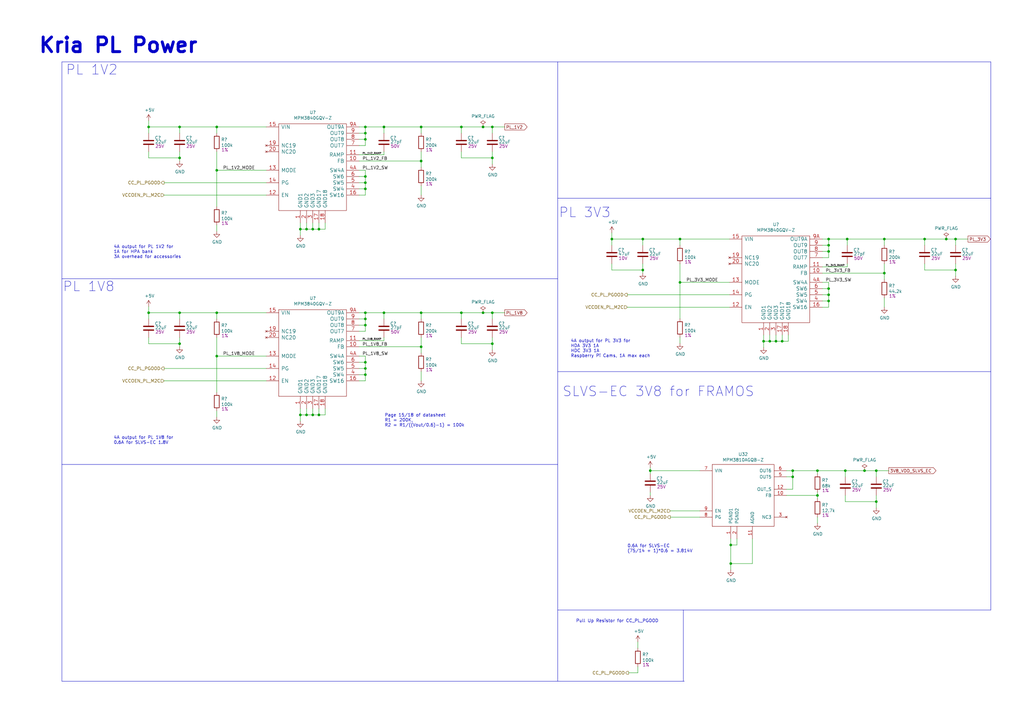
<source format=kicad_sch>
(kicad_sch (version 20230121) (generator eeschema)
  (paper "A3")
  (title_block (title "Top Sheet") (date "2023-12-21") (rev "1.00") (company "ApotheoTech LLC") (comment 1 "SCH: APT-KRIA-FMC") (comment 2 "Author: Chance Reimer"))
  (lib_symbols
    (symbol "ApotheoTech:MPM3810AGQB-Z" (pin_names (offset 1.016))
      (property "Reference" "U" (at -8.255 24.13 0))
      (property "Value" "MPM3810AGQB-Z" (at -0.635 22.225 0))
      (symbol "MPM3810AGQB-Z_1_1"
        (pin passive line (at -5.08 -11.43 90) (length 5.08) (name "PGND1") (number "1"))
        (pin passive line (at 17.78 6.35 180) (length 5.08) (name "FB") (number "10"))
        (pin passive line (at 3.81 -11.43 90) (length 5.08) (name "AGND") (number "11"))
        (pin passive line (at 17.78 8.89 180) (length 5.08) (name "OUT_S") (number "12"))
        (pin passive line (at -2.54 -11.43 90) (length 5.08) (name "PGND2") (number "2"))
        (pin no_connect line (at 17.78 -2.54 180) (length 5.08) (name "NC3") (number "3"))
        (pin passive line (at 17.78 13.97 180) (length 5.08) (name "OUT5") (number "5"))
        (pin passive line (at 17.78 16.51 180) (length 5.08) (name "OUT6") (number "6"))
        (pin passive line (at -17.78 16.51 0) (length 5.08) (name "VIN") (number "7"))
        (pin passive line (at -17.78 -2.54 0) (length 5.08) (name "PG") (number "8"))
        (pin passive line (at -17.78 0 0) (length 5.08) (name "EN") (number "9"))
      )
    )
    (symbol "ApotheoTech:MPM3840GQV-Z" (pin_names (offset 1.016))
      (property "Reference" "U" (at -13.081 22.352 0))
      (property "Value" "MPM3840GQV-Z" (at -5.715 20.701 0))
      (symbol "MPM3840GQV-Z_1_1"
        (pin passive line (at -5.08 -21.59 90) (length 5.08) (name "GND1") (number "1"))
        (pin passive line (at 19.05 3.81 180) (length 5.08) (name "FB") (number "10"))
        (pin passive line (at 19.05 6.35 180) (length 5.08) (name "RAMP") (number "11"))
        (pin passive line (at -19.05 -10.16 0) (length 5.08) (name "EN") (number "12"))
        (pin passive line (at -19.05 0 0) (length 5.08) (name "MODE") (number "13"))
        (pin passive line (at -19.05 -5.08 0) (length 5.08) (name "PG") (number "14"))
        (pin passive line (at -19.05 17.78 0) (length 5.08) (name "VIN") (number "15"))
        (pin passive line (at 19.05 -10.16 180) (length 5.08) (name "SW16") (number "16"))
        (pin passive line (at 2.54 -21.59 90) (length 5.08) (name "GND17") (number "17"))
        (pin passive line (at 5.08 -21.59 90) (length 5.08) (name "GND18") (number "18"))
        (pin no_connect line (at -19.05 10.16 0) (length 5.08) (name "NC19") (number "19"))
        (pin passive line (at -2.54 -21.59 90) (length 5.08) (name "GND2") (number "2"))
        (pin no_connect line (at -19.05 7.62 0) (length 5.08) (name "NC20") (number "20"))
        (pin passive line (at 0 -21.59 90) (length 5.08) (name "GND3") (number "3"))
        (pin passive line (at 19.05 -7.62 180) (length 5.08) (name "SW4") (number "4"))
        (pin passive line (at 19.05 0 180) (length 5.08) (name "SW4A") (number "4A"))
        (pin passive line (at 19.05 -5.08 180) (length 5.08) (name "SW5") (number "5"))
        (pin passive line (at 19.05 -2.54 180) (length 5.08) (name "SW6") (number "6"))
        (pin passive line (at 19.05 10.16 180) (length 5.08) (name "OUT7") (number "7"))
        (pin passive line (at 19.05 12.7 180) (length 5.08) (name "OUT8") (number "8"))
        (pin passive line (at 19.05 15.24 180) (length 5.08) (name "OUT9") (number "9"))
        (pin passive line (at 19.05 17.78 180) (length 5.08) (name "OUT9A") (number "9A"))
      )
    )
    (symbol "Device:C" (pin_numbers hide) (pin_names (offset 0.254))
      (property "Reference" "C" (at 0.635 2.54 0))
      (property "Value" "C" (at 0.635 -2.54 0))
      (symbol "C_1_1"
        (pin passive line (at 0 3.81 270) (length 2.794) (name "~") (number "1"))
        (pin passive line (at 0 -3.81 90) (length 2.794) (name "~") (number "2"))
      )
    )
    (symbol "Device:R" (pin_numbers hide) (pin_names (offset 0))
      (property "Reference" "R" (at 2.032 0 90))
      (property "Value" "R" (at 0 0 90))
      (symbol "R_1_1"
        (pin passive line (at 0 3.81 270) (length 1.27) (name "~") (number "1"))
        (pin passive line (at 0 -3.81 90) (length 1.27) (name "~") (number "2"))
      )
    )
    (symbol "power:+5V" (power) (pin_names (offset 0))
      (property "Value" "+5V" (at 0 3.556 0))
      (symbol "+5V_1_1"
        (pin power_in line (at 0 0 90) (length 0) hide (name "+5V") (number "1"))
      )
    )
    (symbol "power:GND" (power) (pin_names (offset 0))
      (property "Value" "GND" (at 0 -3.81 0))
      (symbol "GND_1_1"
        (pin power_in line (at 0 0 270) (length 0) hide (name "GND") (number "1"))
      )
    )
    (symbol "power:PWR_FLAG" (power) (pin_numbers hide) (pin_names (offset 0) hide)
      (property "Value" "PWR_FLAG" (at 0 3.81 0))
      (symbol "PWR_FLAG_0_0"
        (pin power_out line (at 0 0 90) (length 0) (name "pwr") (number "1"))
      )
    )
  )
  (junction (at 189.23 52.07))
  (junction (at 339.852 98.044))
  (junction (at 172.72 66.04))
  (junction (at 130.81 170.18))
  (junction (at 128.27 170.18))
  (junction (at 362.712 112.014))
  (junction (at 362.712 98.044))
  (junction (at 125.73 170.18))
  (junction (at 266.7 193.04))
  (junction (at 263.652 110.744))
  (junction (at 299.72 223.52))
  (junction (at 149.86 74.93))
  (junction (at 149.86 130.81))
  (junction (at 60.96 128.27))
  (junction (at 359.41 193.04))
  (junction (at 339.852 100.584))
  (junction (at 149.86 72.39))
  (junction (at 339.852 123.444))
  (junction (at 388.112 98.044))
  (junction (at 354.584 193.04))
  (junction (at 339.852 103.124))
  (junction (at 149.86 151.13))
  (junction (at 73.66 128.27))
  (junction (at 73.66 64.77))
  (junction (at 325.12 195.58))
  (junction (at 123.19 93.98))
  (junction (at 379.222 98.044))
  (junction (at 149.86 77.47))
  (junction (at 335.28 203.2))
  (junction (at 88.9 69.85))
  (junction (at 88.9 128.27))
  (junction (at 60.96 52.07))
  (junction (at 149.86 54.61))
  (junction (at 201.93 140.97))
  (junction (at 172.72 128.27))
  (junction (at 123.19 170.18))
  (junction (at 263.652 98.044))
  (junction (at 198.12 128.27))
  (junction (at 149.86 153.67))
  (junction (at 149.86 52.07))
  (junction (at 278.892 115.824))
  (junction (at 339.852 118.364))
  (junction (at 88.9 52.07))
  (junction (at 250.952 98.044))
  (junction (at 157.48 52.07))
  (junction (at 73.66 140.97))
  (junction (at 359.41 205.74))
  (junction (at 172.72 142.24))
  (junction (at 128.27 93.98))
  (junction (at 391.922 110.744))
  (junction (at 339.852 120.904))
  (junction (at 346.71 193.04))
  (junction (at 149.86 133.35))
  (junction (at 201.93 64.77))
  (junction (at 149.86 148.59))
  (junction (at 313.182 139.954))
  (junction (at 157.48 128.27))
  (junction (at 335.28 193.04))
  (junction (at 149.86 128.27))
  (junction (at 315.722 139.954))
  (junction (at 125.73 93.98))
  (junction (at 318.262 139.954))
  (junction (at 73.66 52.07))
  (junction (at 201.93 128.27))
  (junction (at 198.12 52.07))
  (junction (at 347.472 98.044))
  (junction (at 88.9 146.05))
  (junction (at 391.922 98.044))
  (junction (at 189.23 128.27))
  (junction (at 278.892 98.044))
  (junction (at 299.72 231.14))
  (junction (at 320.802 139.954))
  (junction (at 172.72 52.07))
  (junction (at 130.81 93.98))
  (junction (at 201.93 52.07))
  (junction (at 325.12 193.04))
  (junction (at 149.86 57.15))
  (wire (pts (xy 337.312 109.474) (xy 347.472 109.474)))
  (wire (pts (xy 325.12 195.58) (xy 325.12 193.04)))
  (wire (pts (xy 339.852 120.904) (xy 337.312 120.904)))
  (wire (pts (xy 278.892 98.044) (xy 263.652 98.044)))
  (wire (pts (xy 325.12 193.04) (xy 335.28 193.04)))
  (wire (pts (xy 339.852 100.584) (xy 337.312 100.584)))
  (wire (pts (xy 278.892 138.303) (xy 278.892 140.843)))
  (wire (pts (xy 335.28 203.2) (xy 335.28 204.47)))
  (wire (pts (xy 189.23 64.77) (xy 189.23 62.23)))
  (wire (pts (xy 149.86 130.81) (xy 149.86 128.27)))
  (wire (pts (xy 149.86 74.93) (xy 147.32 74.93)))
  (wire (pts (xy 346.71 205.74) (xy 346.71 203.2)))
  (wire (pts (xy 263.652 108.204) (xy 263.652 110.744)))
  (wire (pts (xy 88.9 69.85) (xy 88.9 84.709)))
  (wire (pts (xy 250.952 98.044) (xy 250.952 100.584)))
  (wire (pts (xy 88.9 69.85) (xy 88.9 62.23)))
  (wire (pts (xy 379.222 100.584) (xy 379.222 98.044)))
  (wire (pts (xy 147.32 139.7) (xy 157.48 139.7)))
  (wire (pts (xy 337.312 123.444) (xy 339.852 123.444)))
  (wire (pts (xy 189.23 52.07) (xy 198.12 52.07)))
  (wire (pts (xy 189.23 128.27) (xy 198.12 128.27)))
  (wire (pts (xy 73.66 64.77) (xy 73.66 66.04)))
  (wire (pts (xy 149.86 148.59) (xy 147.32 148.59)))
  (wire (pts (xy 60.96 52.07) (xy 60.96 49.53)))
  (wire (pts (xy 299.72 231.14) (xy 299.72 223.52)))
  (wire (pts (xy 379.222 110.744) (xy 379.222 108.204)))
  (wire (pts (xy 147.32 59.69) (xy 149.86 59.69)))
  (polyline (pts (xy 280.289 279.4) (xy 280.289 250.19)))
  (wire (pts (xy 339.852 118.364) (xy 337.312 118.364)))
  (wire (pts (xy 335.28 203.2) (xy 322.58 203.2)))
  (wire (pts (xy 88.9 168.529) (xy 88.9 171.069)))
  (wire (pts (xy 308.61 231.14) (xy 299.72 231.14)))
  (wire (pts (xy 299.212 120.904) (xy 257.302 120.904)))
  (wire (pts (xy 325.12 193.04) (xy 322.58 193.04)))
  (wire (pts (xy 325.12 200.66) (xy 325.12 195.58)))
  (wire (pts (xy 201.93 62.23) (xy 201.93 64.77)))
  (wire (pts (xy 130.81 170.18) (xy 130.81 167.64)))
  (wire (pts (xy 149.86 153.67) (xy 149.86 151.13)))
  (wire (pts (xy 133.35 93.98) (xy 130.81 93.98)))
  (wire (pts (xy 201.93 128.27) (xy 201.93 130.81)))
  (wire (pts (xy 250.952 108.204) (xy 250.952 110.744)))
  (wire (pts (xy 346.71 195.58) (xy 346.71 193.04)))
  (wire (pts (xy 201.93 140.97) (xy 189.23 140.97)))
  (wire (pts (xy 172.72 68.58) (xy 172.72 66.04)))
  (wire (pts (xy 201.93 52.07) (xy 201.93 54.61)))
  (wire (pts (xy 128.27 170.18) (xy 128.27 167.64)))
  (wire (pts (xy 339.852 105.664) (xy 339.852 103.124)))
  (wire (pts (xy 128.27 93.98) (xy 128.27 91.44)))
  (wire (pts (xy 149.86 151.13) (xy 149.86 148.59)))
  (wire (pts (xy 299.212 125.984) (xy 257.302 125.984)))
  (wire (pts (xy 123.19 93.98) (xy 123.19 96.52)))
  (wire (pts (xy 359.41 205.74) (xy 346.71 205.74)))
  (wire (pts (xy 362.712 122.174) (xy 362.712 125.984)))
  (wire (pts (xy 88.9 146.05) (xy 88.9 160.909)))
  (wire (pts (xy 266.7 194.31) (xy 266.7 193.04)))
  (wire (pts (xy 73.66 138.43) (xy 73.66 140.97)))
  (wire (pts (xy 88.9 128.27) (xy 109.22 128.27)))
  (wire (pts (xy 391.922 110.744) (xy 391.922 113.284)))
  (wire (pts (xy 339.852 103.124) (xy 339.852 100.584)))
  (wire (pts (xy 337.312 105.664) (xy 339.852 105.664)))
  (wire (pts (xy 318.262 139.954) (xy 315.722 139.954)))
  (wire (pts (xy 359.41 203.2) (xy 359.41 205.74)))
  (wire (pts (xy 359.41 193.04) (xy 359.41 195.58)))
  (wire (pts (xy 359.41 193.04) (xy 364.49 193.04)))
  (wire (pts (xy 88.9 130.81) (xy 88.9 128.27)))
  (wire (pts (xy 149.86 77.47) (xy 149.86 74.93)))
  (wire (pts (xy 123.19 170.18) (xy 123.19 172.72)))
  (wire (pts (xy 347.472 100.584) (xy 347.472 98.044)))
  (wire (pts (xy 172.72 144.78) (xy 172.72 142.24)))
  (wire (pts (xy 266.7 203.2) (xy 266.7 201.93)))
  (wire (pts (xy 263.652 100.584) (xy 263.652 98.044)))
  (wire (pts (xy 157.48 63.5) (xy 157.48 62.23)))
  (wire (pts (xy 318.262 139.954) (xy 318.262 137.414)))
  (wire (pts (xy 362.712 100.584) (xy 362.712 98.044)))
  (wire (pts (xy 250.952 98.044) (xy 250.952 95.504)))
  (wire (pts (xy 109.22 74.93) (xy 67.31 74.93)))
  (wire (pts (xy 278.892 115.824) (xy 278.892 108.204)))
  (wire (pts (xy 250.952 110.744) (xy 263.652 110.744)))
  (wire (pts (xy 391.922 110.744) (xy 379.222 110.744)))
  (wire (pts (xy 60.96 62.23) (xy 60.96 64.77)))
  (wire (pts (xy 339.852 125.984) (xy 339.852 123.444)))
  (wire (pts (xy 315.722 139.954) (xy 313.182 139.954)))
  (wire (pts (xy 149.86 57.15) (xy 149.86 54.61)))
  (polyline (pts (xy 406.4 25.4) (xy 406.4 250.19)))
  (wire (pts (xy 60.96 140.97) (xy 73.66 140.97)))
  (wire (pts (xy 354.584 193.04) (xy 359.41 193.04)))
  (wire (pts (xy 149.86 146.05) (xy 147.32 146.05)))
  (wire (pts (xy 189.23 140.97) (xy 189.23 138.43)))
  (wire (pts (xy 149.86 130.81) (xy 147.32 130.81)))
  (wire (pts (xy 149.86 135.89) (xy 149.86 133.35)))
  (wire (pts (xy 88.9 128.27) (xy 73.66 128.27)))
  (wire (pts (xy 73.66 54.61) (xy 73.66 52.07)))
  (wire (pts (xy 157.48 130.81) (xy 157.48 128.27)))
  (polyline (pts (xy 25.4 25.4) (xy 25.4 279.4)))
  (wire (pts (xy 109.22 156.21) (xy 67.31 156.21)))
  (wire (pts (xy 109.22 80.01) (xy 67.31 80.01)))
  (wire (pts (xy 189.23 130.81) (xy 189.23 128.27)))
  (wire (pts (xy 359.41 205.74) (xy 359.41 208.28)))
  (polyline (pts (xy 25.4 190.5) (xy 228.727 190.5)))
  (wire (pts (xy 388.112 98.044) (xy 391.922 98.044)))
  (wire (pts (xy 133.35 170.18) (xy 130.81 170.18)))
  (wire (pts (xy 149.86 151.13) (xy 147.32 151.13)))
  (polyline (pts (xy 228.727 25.4) (xy 228.727 279.4)))
  (wire (pts (xy 60.96 52.07) (xy 60.96 54.61)))
  (wire (pts (xy 73.66 140.97) (xy 73.66 142.24)))
  (wire (pts (xy 337.312 112.014) (xy 362.712 112.014)))
  (wire (pts (xy 266.7 191.77) (xy 266.7 193.04)))
  (wire (pts (xy 362.712 114.554) (xy 362.712 112.014)))
  (polyline (pts (xy 228.727 250.19) (xy 406.4 250.19)))
  (wire (pts (xy 147.32 77.47) (xy 149.86 77.47)))
  (wire (pts (xy 149.86 57.15) (xy 147.32 57.15)))
  (wire (pts (xy 133.35 91.44) (xy 133.35 93.98)))
  (wire (pts (xy 335.28 193.04) (xy 335.28 194.31)))
  (wire (pts (xy 149.86 148.59) (xy 149.86 146.05)))
  (wire (pts (xy 339.852 120.904) (xy 339.852 118.364)))
  (wire (pts (xy 149.86 80.01) (xy 149.86 77.47)))
  (wire (pts (xy 147.32 153.67) (xy 149.86 153.67)))
  (wire (pts (xy 157.48 128.27) (xy 149.86 128.27)))
  (wire (pts (xy 313.182 139.954) (xy 313.182 142.494)))
  (wire (pts (xy 109.22 146.05) (xy 88.9 146.05)))
  (polyline (pts (xy 25.4 279.4) (xy 280.67 279.4)))
  (wire (pts (xy 130.81 170.18) (xy 128.27 170.18)))
  (wire (pts (xy 313.182 139.954) (xy 313.182 137.414)))
  (wire (pts (xy 201.93 140.97) (xy 201.93 143.51)))
  (wire (pts (xy 339.852 123.444) (xy 339.852 120.904)))
  (wire (pts (xy 257.81 275.971) (xy 261.62 275.971)))
  (wire (pts (xy 88.9 54.61) (xy 88.9 52.07)))
  (wire (pts (xy 287.02 212.09) (xy 274.955 212.09)))
  (wire (pts (xy 123.19 170.18) (xy 123.19 167.64)))
  (wire (pts (xy 299.72 231.14) (xy 299.72 233.68)))
  (wire (pts (xy 362.712 98.044) (xy 347.472 98.044)))
  (wire (pts (xy 325.12 195.58) (xy 322.58 195.58)))
  (polyline (pts (xy 25.4 25.4) (xy 406.4 25.4)))
  (wire (pts (xy 149.86 133.35) (xy 147.32 133.35)))
  (wire (pts (xy 128.27 170.18) (xy 125.73 170.18)))
  (wire (pts (xy 278.892 100.584) (xy 278.892 98.044)))
  (wire (pts (xy 149.86 72.39) (xy 149.86 69.85)))
  (wire (pts (xy 149.86 128.27) (xy 147.32 128.27)))
  (wire (pts (xy 287.02 193.04) (xy 266.7 193.04)))
  (wire (pts (xy 391.922 98.044) (xy 391.922 100.584)))
  (wire (pts (xy 198.12 52.07) (xy 201.93 52.07)))
  (wire (pts (xy 323.342 137.414) (xy 323.342 139.954)))
  (wire (pts (xy 263.652 98.044) (xy 250.952 98.044)))
  (wire (pts (xy 335.28 193.04) (xy 346.71 193.04)))
  (wire (pts (xy 201.93 138.43) (xy 201.93 140.97)))
  (wire (pts (xy 73.66 130.81) (xy 73.66 128.27)))
  (wire (pts (xy 323.342 139.954) (xy 320.802 139.954)))
  (wire (pts (xy 391.922 108.204) (xy 391.922 110.744)))
  (wire (pts (xy 335.28 201.93) (xy 335.28 203.2)))
  (wire (pts (xy 147.32 156.21) (xy 149.86 156.21)))
  (wire (pts (xy 302.26 223.52) (xy 302.26 220.98)))
  (wire (pts (xy 147.32 142.24) (xy 172.72 142.24)))
  (wire (pts (xy 130.81 93.98) (xy 128.27 93.98)))
  (wire (pts (xy 278.892 98.044) (xy 299.212 98.044)))
  (wire (pts (xy 149.86 69.85) (xy 147.32 69.85)))
  (wire (pts (xy 149.86 54.61) (xy 147.32 54.61)))
  (wire (pts (xy 73.66 62.23) (xy 73.66 64.77)))
  (wire (pts (xy 339.852 100.584) (xy 339.852 98.044)))
  (wire (pts (xy 201.93 64.77) (xy 201.93 67.31)))
  (wire (pts (xy 201.93 128.27) (xy 207.01 128.27)))
  (wire (pts (xy 339.852 98.044) (xy 337.312 98.044)))
  (polyline (pts (xy 25.4 114.3) (xy 228.727 114.3)))
  (wire (pts (xy 125.73 170.18) (xy 123.19 170.18)))
  (wire (pts (xy 149.86 156.21) (xy 149.86 153.67)))
  (wire (pts (xy 88.9 52.07) (xy 109.22 52.07)))
  (wire (pts (xy 149.86 54.61) (xy 149.86 52.07)))
  (wire (pts (xy 125.73 93.98) (xy 125.73 91.44)))
  (wire (pts (xy 88.9 52.07) (xy 73.66 52.07)))
  (wire (pts (xy 339.852 118.364) (xy 339.852 115.824)))
  (wire (pts (xy 133.35 167.64) (xy 133.35 170.18)))
  (wire (pts (xy 157.48 139.7) (xy 157.48 138.43)))
  (wire (pts (xy 157.48 52.07) (xy 149.86 52.07)))
  (wire (pts (xy 201.93 52.07) (xy 207.01 52.07)))
  (wire (pts (xy 149.86 74.93) (xy 149.86 72.39)))
  (wire (pts (xy 299.72 220.98) (xy 299.72 223.52)))
  (wire (pts (xy 88.9 146.05) (xy 88.9 138.43)))
  (wire (pts (xy 73.66 52.07) (xy 60.96 52.07)))
  (wire (pts (xy 149.86 59.69) (xy 149.86 57.15)))
  (wire (pts (xy 346.71 193.04) (xy 354.584 193.04)))
  (wire (pts (xy 149.86 133.35) (xy 149.86 130.81)))
  (wire (pts (xy 172.72 128.27) (xy 189.23 128.27)))
  (wire (pts (xy 172.72 130.81) (xy 172.72 128.27)))
  (wire (pts (xy 287.02 209.55) (xy 274.955 209.55)))
  (wire (pts (xy 172.72 54.61) (xy 172.72 52.07)))
  (wire (pts (xy 362.712 112.014) (xy 362.712 108.204)))
  (wire (pts (xy 315.722 139.954) (xy 315.722 137.414)))
  (wire (pts (xy 147.32 66.04) (xy 172.72 66.04)))
  (wire (pts (xy 391.922 98.044) (xy 397.002 98.044)))
  (wire (pts (xy 109.22 69.85) (xy 88.9 69.85)))
  (wire (pts (xy 125.73 93.98) (xy 123.19 93.98)))
  (wire (pts (xy 172.72 66.04) (xy 172.72 62.23)))
  (wire (pts (xy 88.9 92.329) (xy 88.9 94.869)))
  (wire (pts (xy 73.66 128.27) (xy 60.96 128.27)))
  (wire (pts (xy 379.222 98.044) (xy 388.112 98.044)))
  (wire (pts (xy 261.62 275.971) (xy 261.62 273.431)))
  (wire (pts (xy 60.96 138.43) (xy 60.96 140.97)))
  (wire (pts (xy 347.472 109.474) (xy 347.472 108.204)))
  (wire (pts (xy 322.58 200.66) (xy 325.12 200.66)))
  (wire (pts (xy 337.312 125.984) (xy 339.852 125.984)))
  (wire (pts (xy 172.72 142.24) (xy 172.72 138.43)))
  (wire (pts (xy 147.32 80.01) (xy 149.86 80.01)))
  (wire (pts (xy 123.19 93.98) (xy 123.19 91.44)))
  (wire (pts (xy 263.652 110.744) (xy 263.652 112.014)))
  (wire (pts (xy 172.72 152.4) (xy 172.72 156.21)))
  (wire (pts (xy 308.61 220.98) (xy 308.61 231.14)))
  (wire (pts (xy 201.93 64.77) (xy 189.23 64.77)))
  (wire (pts (xy 172.72 52.07) (xy 189.23 52.07)))
  (wire (pts (xy 320.802 139.954) (xy 320.802 137.414)))
  (polyline (pts (xy 228.727 152.4) (xy 406.4 152.4)))
  (wire (pts (xy 147.32 63.5) (xy 157.48 63.5)))
  (wire (pts (xy 172.72 128.27) (xy 157.48 128.27)))
  (wire (pts (xy 128.27 93.98) (xy 125.73 93.98)))
  (wire (pts (xy 147.32 135.89) (xy 149.86 135.89)))
  (wire (pts (xy 362.712 98.044) (xy 379.222 98.044)))
  (wire (pts (xy 149.86 52.07) (xy 147.32 52.07)))
  (wire (pts (xy 198.12 128.27) (xy 201.93 128.27)))
  (wire (pts (xy 320.802 139.954) (xy 318.262 139.954)))
  (wire (pts (xy 60.96 128.27) (xy 60.96 130.81)))
  (wire (pts (xy 299.212 115.824) (xy 278.892 115.824)))
  (wire (pts (xy 109.22 151.13) (xy 67.31 151.13)))
  (wire (pts (xy 125.73 170.18) (xy 125.73 167.64)))
  (polyline (pts (xy 228.727 81.28) (xy 406.4 81.28)))
  (wire (pts (xy 157.48 54.61) (xy 157.48 52.07)))
  (wire (pts (xy 172.72 76.2) (xy 172.72 80.01)))
  (wire (pts (xy 60.96 128.27) (xy 60.96 125.73)))
  (wire (pts (xy 339.852 115.824) (xy 337.312 115.824)))
  (wire (pts (xy 189.23 54.61) (xy 189.23 52.07)))
  (wire (pts (xy 130.81 93.98) (xy 130.81 91.44)))
  (wire (pts (xy 261.62 265.811) (xy 261.62 263.271)))
  (wire (pts (xy 172.72 52.07) (xy 157.48 52.07)))
  (wire (pts (xy 278.892 115.824) (xy 278.892 130.683)))
  (wire (pts (xy 149.86 72.39) (xy 147.32 72.39)))
  (wire (pts (xy 60.96 64.77) (xy 73.66 64.77)))
  (wire (pts (xy 347.472 98.044) (xy 339.852 98.044)))
  (wire (pts (xy 299.72 223.52) (xy 302.26 223.52)))
  (wire (pts (xy 339.852 103.124) (xy 337.312 103.124)))
  (wire (pts (xy 335.28 214.63) (xy 335.28 212.09)))
  (text "PL 1V2" (at 26.924 31.115 0) (effects (font (size 3.9878 3.9878)) (justify left bottom)))
  (text "4A output for PL 1V2 for\n1A for HPA bank\n3A overhead for accessories" (at 46.609 106.172 0) (effects (font (size 1.27 1.27)) (justify left bottom)))
  (text "Kria PL Power" (at 15.494 22.225 0) (effects (font (size 5.9944 5.9944) (thickness 1.1989) bold) (justify left bottom)))
  (text "Pull Up Resistor for CC_PL_PGOOD" (at 236.22 255.524 0) (effects (font (size 1.27 1.27)) (justify left bottom)))
  (text "4A output for PL 3V3 for\nHDA 3V3 1A\nHDC 3V3 1A\nRaspberry Pi Cams, 1A max each" (at 234.061 146.812 0) (effects (font (size 1.27 1.27)) (justify left bottom)))
  (text "PL 3V3" (at 229.108 89.662 0) (effects (font (size 3.9878 3.9878)) (justify left bottom)))
  (text "4A output for PL 1V8 for\n0.6A for SLVS-EC 1.8V" (at 46.609 182.372 0) (effects (font (size 1.27 1.27)) (justify left bottom)))
  (text "Page 15/18 of datasheet\nR1 = 200K,\nR2 = R1/((Vout/0.6)-1) = 100k" (at 157.734 175.26 0) (effects (font (size 1.27 1.27)) (justify left bottom)))
  (text "SLVS-EC 3V8 for FRAMOS" (at 230.632 163.068 0) (effects (font (size 3.9878 3.9878)) (justify left bottom)))
  (text "PL 1V8" (at 25.654 120.015 0) (effects (font (size 3.9878 3.9878)) (justify left bottom)))
  (text "0.6A for SLVS-EC\n(75/14 + 1)*0.6 = 3.814V" (at 257.302 226.822 0) (effects (font (size 1.27 1.27)) (justify left bottom)))
  (label "PL_1V8_SW" (at 148.59 146.05 0))
  (label "PL_1V2_SW" (at 148.59 69.85 0))
  (label "PL_1V8_RAMP" (at 148.59 139.7 0) (effects (font (size 0.762 0.762))))
  (label "PL_1V8_FB" (at 148.59 142.24 0))
  (label "PL_3V3_RAMP" (at 338.582 109.474 0) (effects (font (size 0.762 0.762))))
  (label "PL_1V2_RAMP" (at 148.59 63.5 0) (effects (font (size 0.762 0.762))))
  (label "PL_1V2_FB" (at 148.59 66.04 0))
  (label "PL_1V2_MODE" (at 91.44 69.85 0))
  (label "PL_1V8_MODE" (at 91.44 146.05 0))
  (label "PL_3V3_SW" (at 338.582 115.824 0))
  (label "PL_3V3_MODE" (at 281.432 115.824 0))
  (label "PL_3V3_FB" (at 338.582 112.014 0))
  (global_label "PL_1V2" (shape output) (at 207.01 52.07 0) (property "Intersheetrefs" "${INTERSHEET_REFS}" (effects hide)))
  (global_label "PL_1V8" (shape output) (at 207.01 128.27 0) (property "Intersheetrefs" "${INTERSHEET_REFS}" (effects hide)))
  (global_label "PL_3V3" (shape output) (at 397.002 98.044 0) (property "Intersheetrefs" "${INTERSHEET_REFS}" (effects hide)))
  (global_label "3V8_VDD_SLVS_EC" (shape output) (at 364.49 193.04 0) (property "Intersheetrefs" "${INTERSHEET_REFS}" (effects hide)))
  (hierarchical_label "CC_PL_PGOOD" (shape output) (at 274.955 212.09 180))
  (hierarchical_label "CC_PL_PGOOD" (shape output) (at 257.81 275.971 180))
  (hierarchical_label "CC_PL_PGOOD" (shape output) (at 67.31 74.93 180))
  (hierarchical_label "CC_PL_PGOOD" (shape output) (at 257.302 120.904 180))
  (hierarchical_label "VCCOEN_PL_M2C" (shape input) (at 67.31 156.21 180))
  (hierarchical_label "VCCOEN_PL_M2C" (shape input) (at 67.31 80.01 180))
  (hierarchical_label "CC_PL_PGOOD" (shape output) (at 67.31 151.13 180))
  (hierarchical_label "VCCOEN_PL_M2C" (shape input) (at 257.302 125.984 180))
  (hierarchical_label "VCCOEN_PL_M2C" (shape input) (at 274.955 209.55 180))
  (symbol (lib_id "Device:R") (at 261.62 269.621 0) (unit 1)
    (property "Reference" "R?" (at 263.398 268.4526 0) (effects (justify left)))
    (property "Value" "100k" (at 263.398 270.764 0) (effects (justify left)))
    (property "Footprint" "Resistor_SMD:R_0402_1005Metric" (effects hide))
    (property "PartNumber" "CRCW0402100KFKEDHP" (effects hide))
    (property "Tol" "1%" (at 264.922 272.669 0))
    (property "Power" "1/5W" (effects hide))
    (instances (project "APT-KRIA-FMC" (path "" (reference "R?") (unit 1)) (path "" (reference "R210") (unit 1)) (path "" (reference "R?") (unit 1)) (path "" (reference "R?") (unit 1))))
  )
  (symbol (lib_id "power:+5V") (at 261.62 263.271 0) (unit 1)
    (property "Reference" "#PWR?" (effects hide))
    (property "Value" "+5V" (at 262.001 258.8768 0))
    (instances (project "APT-KRIA-FMC" (path "" (reference "#PWR?") (unit 1)) (path "" (reference "#PWR?") (unit 1)) (path "" (reference "#PWR0294") (unit 1))))
  )
  (symbol (lib_id "Device:R") (at 88.9 58.42 0) (unit 1)
    (property "Reference" "R?" (at 90.678 57.2516 0) (effects (justify left)))
    (property "Value" "100k" (at 90.678 59.563 0) (effects (justify left)))
    (property "Footprint" "Resistor_SMD:R_0402_1005Metric" (effects hide))
    (property "PartNumber" "CRCW0402100KFKEDHP" (effects hide))
    (property "Tol" "1%" (at 92.202 61.468 0))
    (property "Power" "1/5W" (effects hide))
    (instances (project "APT-KRIA-FMC" (path "" (reference "R?") (unit 1)) (path "" (reference "R202") (unit 1)) (path "" (reference "R?") (unit 1)) (path "" (reference "R?") (unit 1))))
  )
  (symbol (lib_id "Device:R") (at 88.9 88.519 0) (unit 1)
    (property "Reference" "R?" (at 90.678 87.3506 0) (effects (justify left)))
    (property "Value" "100k" (at 90.678 89.662 0) (effects (justify left)))
    (property "Footprint" "Resistor_SMD:R_0402_1005Metric" (effects hide))
    (property "PartNumber" "CRCW0402100KFKEDHP" (effects hide))
    (property "Tol" "1%" (at 92.202 91.567 0))
    (property "Power" "1/5W" (effects hide))
    (instances (project "APT-KRIA-FMC" (path "" (reference "R?") (unit 1)) (path "" (reference "R203") (unit 1)) (path "" (reference "R?") (unit 1)) (path "" (reference "R?") (unit 1))))
  )
  (symbol (lib_id "Device:C") (at 189.23 58.42 180) (unit 1)
    (property "Reference" "C?" (at 193.04 56.515 0))
    (property "Value" "22uF" (at 194.31 58.166 0))
    (property "Footprint" "Capacitor_SMD:C_0805_2012Metric" (effects hide))
    (property "PartNumber" "CC0805MKX5R8BB226" (effects hide))
    (property "Tolerance" "+-20%" (effects hide))
    (property "Voltage" "25V" (at 193.802 59.944 0))
    (property "Temp_Val" "X5R" (effects hide))
    (property "URL" "https://www.digikey.com/en/products/detail/C1005X5R1E105K050BE/445-175215-1-ND/7907779?itemSeq=374777296" (effects hide))
    (property "Alt" "N/A" (effects hide))
    (instances (project "APT-KRIA-FMC" (path "" (reference "C?") (unit 1)) (path "" (reference "C242") (unit 1)) (path "" (reference "C?") (unit 1)) (path "" (reference "C?") (unit 1))))
  )
  (symbol (lib_id "Device:C") (at 201.93 58.42 180) (unit 1)
    (property "Reference" "C?" (at 205.74 56.515 0))
    (property "Value" "22uF" (at 207.01 58.166 0))
    (property "Footprint" "Capacitor_SMD:C_0805_2012Metric" (effects hide))
    (property "PartNumber" "CC0805MKX5R8BB226" (effects hide))
    (property "Tolerance" "+-20%" (effects hide))
    (property "Voltage" "25V" (at 206.502 59.944 0))
    (property "Temp_Val" "X5R" (effects hide))
    (property "URL" "https://www.digikey.com/en/products/detail/C1005X5R1E105K050BE/445-175215-1-ND/7907779?itemSeq=374777296" (effects hide))
    (property "Alt" "N/A" (effects hide))
    (instances (project "APT-KRIA-FMC" (path "" (reference "C?") (unit 1)) (path "" (reference "C244") (unit 1)) (path "" (reference "C?") (unit 1)) (path "" (reference "C?") (unit 1))))
  )
  (symbol (lib_id "Device:C") (at 73.66 58.42 180) (unit 1)
    (property "Reference" "C?" (at 77.47 56.515 0))
    (property "Value" "22uF" (at 78.74 58.166 0))
    (property "Footprint" "Capacitor_SMD:C_0805_2012Metric" (effects hide))
    (property "PartNumber" "CC0805MKX5R8BB226" (effects hide))
    (property "Tolerance" "+-20%" (effects hide))
    (property "Voltage" "25V" (at 78.232 59.944 0))
    (property "Temp_Val" "X5R" (effects hide))
    (property "URL" "https://www.digikey.com/en/products/detail/C1005X5R1E105K050BE/445-175215-1-ND/7907779?itemSeq=374777296" (effects hide))
    (property "Alt" "N/A" (effects hide))
    (instances (project "APT-KRIA-FMC" (path "" (reference "C?") (unit 1)) (path "" (reference "C238") (unit 1)) (path "" (reference "C?") (unit 1)) (path "" (reference "C?") (unit 1))))
  )
  (symbol (lib_id "ApotheoTech:MPM3840GQV-Z") (at 128.27 69.85 0) (unit 1)
    (property "Reference" "U?" (at 128.27 46.101 0))
    (property "Value" "MPM3840GQV-Z" (at 128.27 48.4124 0))
    (property "Footprint" "ApotheoTech_CXP_Lib:MPM3840GQV-P" (effects hide))
    (instances (project "APT-KRIA-FMC" (path "" (reference "U?") (unit 1)) (path "" (reference "U?") (unit 1)) (path "" (reference "U30") (unit 1))))
  )
  (symbol (lib_id "power:GND") (at 73.66 66.04 0) (unit 1)
    (property "Reference" "#PWR?" (effects hide))
    (property "Value" "GND" (at 73.787 70.4342 0))
    (instances (project "APT-KRIA-FMC" (path "" (reference "#PWR?") (unit 1)) (path "" (reference "#PWR?") (unit 1)) (path "" (reference "#PWR0283") (unit 1))))
  )
  (symbol (lib_id "Device:C") (at 157.48 58.42 180) (unit 1)
    (property "Reference" "C?" (at 161.29 56.515 0))
    (property "Value" "27pF" (at 162.56 58.166 0))
    (property "Footprint" "Capacitor_SMD:C_0402_1005Metric" (effects hide))
    (property "PartNumber" "04025A270JAT2A" (effects hide))
    (property "Tolerance" "+-5%" (effects hide))
    (property "Voltage" "50V" (at 162.052 59.944 0))
    (property "Temp_Val" "C0G" (effects hide))
    (property "URL" "https://www.digikey.com/en/products/detail/avx-corporation/04025A270JAT2A/563185" (effects hide))
    (property "Alt" "N/A" (effects hide))
    (instances (project "APT-KRIA-FMC" (path "" (reference "C?") (unit 1)) (path "" (reference "C240") (unit 1)) (path "" (reference "C?") (unit 1)) (path "" (reference "C?") (unit 1))))
  )
  (symbol (lib_id "power:+5V") (at 60.96 49.53 0) (unit 1)
    (property "Reference" "#PWR?" (effects hide))
    (property "Value" "+5V" (at 61.341 45.1358 0))
    (instances (project "APT-KRIA-FMC" (path "" (reference "#PWR?") (unit 1)) (path "" (reference "#PWR?") (unit 1)) (path "" (reference "#PWR0281") (unit 1))))
  )
  (symbol (lib_id "Device:R") (at 172.72 58.42 0) (unit 1)
    (property "Reference" "R?" (at 174.498 57.2516 0) (effects (justify left)))
    (property "Value" "200k" (at 174.498 59.563 0) (effects (justify left)))
    (property "Footprint" "Resistor_SMD:R_0402_1005Metric" (effects hide))
    (property "PartNumber" "ERJ-2RKF2003X" (effects hide))
    (property "Tol" "1%" (at 176.022 61.468 0))
    (property "Power" "1/10W" (effects hide))
    (instances (project "APT-KRIA-FMC" (path "" (reference "R?") (unit 1)) (path "" (reference "R206") (unit 1)) (path "" (reference "R?") (unit 1)) (path "" (reference "R?") (unit 1))))
  )
  (symbol (lib_id "power:GND") (at 201.93 67.31 0) (unit 1)
    (property "Reference" "#PWR?" (effects hide))
    (property "Value" "GND" (at 202.057 71.7042 0))
    (instances (project "APT-KRIA-FMC" (path "" (reference "#PWR?") (unit 1)) (path "" (reference "#PWR?") (unit 1)) (path "" (reference "#PWR0291") (unit 1))))
  )
  (symbol (lib_id "power:PWR_FLAG") (at 198.12 52.07 0) (unit 1)
    (property "Reference" "#FLG?" (effects hide))
    (property "Value" "PWR_FLAG" (at 198.12 47.6758 0))
    (instances (project "APT-KRIA-FMC" (path "" (reference "#FLG?") (unit 1)) (path "" (reference "#FLG?") (unit 1)) (path "" (reference "#FLG027") (unit 1))))
  )
  (symbol (lib_id "power:GND") (at 123.19 96.52 0) (unit 1)
    (property "Reference" "#PWR?" (effects hide))
    (property "Value" "GND" (at 123.317 100.9142 0))
    (instances (project "APT-KRIA-FMC" (path "" (reference "#PWR?") (unit 1)) (path "" (reference "#PWR?") (unit 1)) (path "" (reference "#PWR0287") (unit 1))))
  )
  (symbol (lib_id "power:GND") (at 88.9 94.869 0) (unit 1)
    (property "Reference" "#PWR?" (effects hide))
    (property "Value" "GND" (at 89.027 99.2632 0))
    (instances (project "APT-KRIA-FMC" (path "" (reference "#PWR?") (unit 1)) (path "" (reference "#PWR?") (unit 1)) (path "" (reference "#PWR0285") (unit 1))))
  )
  (symbol (lib_id "power:GND") (at 172.72 80.01 0) (unit 1)
    (property "Reference" "#PWR?" (effects hide))
    (property "Value" "GND" (at 172.847 84.4042 0))
    (instances (project "APT-KRIA-FMC" (path "" (reference "#PWR?") (unit 1)) (path "" (reference "#PWR?") (unit 1)) (path "" (reference "#PWR0289") (unit 1))))
  )
  (symbol (lib_id "Device:C") (at 60.96 58.42 180) (unit 1)
    (property "Reference" "C?" (at 64.77 56.515 0))
    (property "Value" "22uF" (at 66.04 58.166 0))
    (property "Footprint" "Capacitor_SMD:C_0805_2012Metric" (effects hide))
    (property "PartNumber" "CC0805MKX5R8BB226" (effects hide))
    (property "Tolerance" "+-20%" (effects hide))
    (property "Voltage" "25V" (at 65.532 59.944 0))
    (property "Temp_Val" "X5R" (effects hide))
    (property "URL" "https://www.digikey.com/en/products/detail/C1005X5R1E105K050BE/445-175215-1-ND/7907779?itemSeq=374777296" (effects hide))
    (property "Alt" "N/A" (effects hide))
    (instances (project "APT-KRIA-FMC" (path "" (reference "C?") (unit 1)) (path "" (reference "C236") (unit 1)) (path "" (reference "C?") (unit 1)) (path "" (reference "C?") (unit 1))))
  )
  (symbol (lib_id "Device:R") (at 172.72 72.39 0) (unit 1)
    (property "Reference" "R?" (at 174.498 71.2216 0) (effects (justify left)))
    (property "Value" "200k" (at 174.498 73.533 0) (effects (justify left)))
    (property "Footprint" "Resistor_SMD:R_0402_1005Metric" (effects hide))
    (property "PartNumber" "ERJ-2RKF2003X" (effects hide))
    (property "Tol" "1%" (at 176.022 75.438 0))
    (property "Power" "1/10W" (effects hide))
    (instances (project "APT-KRIA-FMC" (path "" (reference "R?") (unit 1)) (path "" (reference "R207") (unit 1)) (path "" (reference "R?") (unit 1)) (path "" (reference "R?") (unit 1))))
  )
  (symbol (lib_id "Device:R") (at 88.9 134.62 0) (unit 1)
    (property "Reference" "R?" (at 90.678 133.4516 0) (effects (justify left)))
    (property "Value" "100k" (at 90.678 135.763 0) (effects (justify left)))
    (property "Footprint" "Resistor_SMD:R_0402_1005Metric" (effects hide))
    (property "PartNumber" "CRCW0402100KFKEDHP" (effects hide))
    (property "Tol" "1%" (at 92.202 137.668 0))
    (property "Power" "1/5W" (effects hide))
    (instances (project "APT-KRIA-FMC" (path "" (reference "R?") (unit 1)) (path "" (reference "R204") (unit 1)) (path "" (reference "R?") (unit 1)) (path "" (reference "R?") (unit 1))))
  )
  (symbol (lib_id "Device:R") (at 88.9 164.719 0) (unit 1)
    (property "Reference" "R?" (at 90.678 163.5506 0) (effects (justify left)))
    (property "Value" "100k" (at 90.678 165.862 0) (effects (justify left)))
    (property "Footprint" "Resistor_SMD:R_0402_1005Metric" (effects hide))
    (property "PartNumber" "CRCW0402100KFKEDHP" (effects hide))
    (property "Tol" "1%" (at 92.202 167.767 0))
    (property "Power" "1/5W" (effects hide))
    (instances (project "APT-KRIA-FMC" (path "" (reference "R?") (unit 1)) (path "" (reference "R205") (unit 1)) (path "" (reference "R?") (unit 1)) (path "" (reference "R?") (unit 1))))
  )
  (symbol (lib_id "Device:C") (at 189.23 134.62 180) (unit 1)
    (property "Reference" "C?" (at 193.04 132.715 0))
    (property "Value" "22uF" (at 194.31 134.366 0))
    (property "Footprint" "Capacitor_SMD:C_0805_2012Metric" (effects hide))
    (property "PartNumber" "CC0805MKX5R8BB226" (effects hide))
    (property "Tolerance" "+-20%" (effects hide))
    (property "Voltage" "25V" (at 193.802 136.144 0))
    (property "Temp_Val" "X5R" (effects hide))
    (property "URL" "https://www.digikey.com/en/products/detail/C1005X5R1E105K050BE/445-175215-1-ND/7907779?itemSeq=374777296" (effects hide))
    (property "Alt" "N/A" (effects hide))
    (instances (project "APT-KRIA-FMC" (path "" (reference "C?") (unit 1)) (path "" (reference "C243") (unit 1)) (path "" (reference "C?") (unit 1)) (path "" (reference "C?") (unit 1))))
  )
  (symbol (lib_id "Device:C") (at 201.93 134.62 180) (unit 1)
    (property "Reference" "C?" (at 205.74 132.715 0))
    (property "Value" "22uF" (at 207.01 134.366 0))
    (property "Footprint" "Capacitor_SMD:C_0805_2012Metric" (effects hide))
    (property "PartNumber" "CC0805MKX5R8BB226" (effects hide))
    (property "Tolerance" "+-20%" (effects hide))
    (property "Voltage" "25V" (at 206.502 136.144 0))
    (property "Temp_Val" "X5R" (effects hide))
    (property "URL" "https://www.digikey.com/en/products/detail/C1005X5R1E105K050BE/445-175215-1-ND/7907779?itemSeq=374777296" (effects hide))
    (property "Alt" "N/A" (effects hide))
    (instances (project "APT-KRIA-FMC" (path "" (reference "C?") (unit 1)) (path "" (reference "C245") (unit 1)) (path "" (reference "C?") (unit 1)) (path "" (reference "C?") (unit 1))))
  )
  (symbol (lib_id "Device:C") (at 73.66 134.62 180) (unit 1)
    (property "Reference" "C?" (at 77.47 132.715 0))
    (property "Value" "22uF" (at 78.74 134.366 0))
    (property "Footprint" "Capacitor_SMD:C_0805_2012Metric" (effects hide))
    (property "PartNumber" "CC0805MKX5R8BB226" (effects hide))
    (property "Tolerance" "+-20%" (effects hide))
    (property "Voltage" "25V" (at 78.232 136.144 0))
    (property "Temp_Val" "X5R" (effects hide))
    (property "URL" "https://www.digikey.com/en/products/detail/C1005X5R1E105K050BE/445-175215-1-ND/7907779?itemSeq=374777296" (effects hide))
    (property "Alt" "N/A" (effects hide))
    (instances (project "APT-KRIA-FMC" (path "" (reference "C?") (unit 1)) (path "" (reference "C239") (unit 1)) (path "" (reference "C?") (unit 1)) (path "" (reference "C?") (unit 1))))
  )
  (symbol (lib_id "ApotheoTech:MPM3840GQV-Z") (at 128.27 146.05 0) (unit 1)
    (property "Reference" "U?" (at 128.27 122.301 0))
    (property "Value" "MPM3840GQV-Z" (at 128.27 124.6124 0))
    (property "Footprint" "ApotheoTech_CXP_Lib:MPM3840GQV-P" (effects hide))
    (instances (project "APT-KRIA-FMC" (path "" (reference "U?") (unit 1)) (path "" (reference "U?") (unit 1)) (path "" (reference "U31") (unit 1))))
  )
  (symbol (lib_id "power:GND") (at 73.66 142.24 0) (unit 1)
    (property "Reference" "#PWR?" (effects hide))
    (property "Value" "GND" (at 73.787 146.6342 0))
    (instances (project "APT-KRIA-FMC" (path "" (reference "#PWR?") (unit 1)) (path "" (reference "#PWR?") (unit 1)) (path "" (reference "#PWR0284") (unit 1))))
  )
  (symbol (lib_id "Device:C") (at 157.48 134.62 180) (unit 1)
    (property "Reference" "C?" (at 161.29 132.715 0))
    (property "Value" "27pF" (at 162.56 134.366 0))
    (property "Footprint" "Capacitor_SMD:C_0402_1005Metric" (effects hide))
    (property "PartNumber" "04025A270JAT2A" (effects hide))
    (property "Tolerance" "+-5%" (effects hide))
    (property "Voltage" "50V" (at 162.052 136.144 0))
    (property "Temp_Val" "C0G" (effects hide))
    (property "URL" "https://www.digikey.com/en/products/detail/avx-corporation/04025A270JAT2A/563185" (effects hide))
    (property "Alt" "N/A" (effects hide))
    (instances (project "APT-KRIA-FMC" (path "" (reference "C?") (unit 1)) (path "" (reference "C241") (unit 1)) (path "" (reference "C?") (unit 1)) (path "" (reference "C?") (unit 1))))
  )
  (symbol (lib_id "power:+5V") (at 60.96 125.73 0) (unit 1)
    (property "Reference" "#PWR?" (effects hide))
    (property "Value" "+5V" (at 61.341 121.3358 0))
    (instances (project "APT-KRIA-FMC" (path "" (reference "#PWR?") (unit 1)) (path "" (reference "#PWR?") (unit 1)) (path "" (reference "#PWR0282") (unit 1))))
  )
  (symbol (lib_id "Device:R") (at 172.72 134.62 0) (unit 1)
    (property "Reference" "R?" (at 174.498 133.4516 0) (effects (justify left)))
    (property "Value" "200k" (at 174.498 135.763 0) (effects (justify left)))
    (property "Footprint" "Resistor_SMD:R_0402_1005Metric" (effects hide))
    (property "PartNumber" "ERJ-2RKF2003X" (effects hide))
    (property "Tol" "1%" (at 176.022 137.668 0))
    (property "Power" "1/10W" (effects hide))
    (instances (project "APT-KRIA-FMC" (path "" (reference "R?") (unit 1)) (path "" (reference "R208") (unit 1)) (path "" (reference "R?") (unit 1)) (path "" (reference "R?") (unit 1))))
  )
  (symbol (lib_id "power:GND") (at 201.93 143.51 0) (unit 1)
    (property "Reference" "#PWR?" (effects hide))
    (property "Value" "GND" (at 202.057 147.9042 0))
    (instances (project "APT-KRIA-FMC" (path "" (reference "#PWR?") (unit 1)) (path "" (reference "#PWR?") (unit 1)) (path "" (reference "#PWR0292") (unit 1))))
  )
  (symbol (lib_id "power:PWR_FLAG") (at 198.12 128.27 0) (unit 1)
    (property "Reference" "#FLG?" (effects hide))
    (property "Value" "PWR_FLAG" (at 198.12 123.8758 0))
    (instances (project "APT-KRIA-FMC" (path "" (reference "#FLG?") (unit 1)) (path "" (reference "#FLG?") (unit 1)) (path "" (reference "#FLG028") (unit 1))))
  )
  (symbol (lib_id "power:GND") (at 123.19 172.72 0) (unit 1)
    (property "Reference" "#PWR?" (effects hide))
    (property "Value" "GND" (at 123.317 177.1142 0))
    (instances (project "APT-KRIA-FMC" (path "" (reference "#PWR?") (unit 1)) (path "" (reference "#PWR?") (unit 1)) (path "" (reference "#PWR0288") (unit 1))))
  )
  (symbol (lib_id "power:GND") (at 88.9 171.069 0) (unit 1)
    (property "Reference" "#PWR?" (effects hide))
    (property "Value" "GND" (at 89.027 175.4632 0))
    (instances (project "APT-KRIA-FMC" (path "" (reference "#PWR?") (unit 1)) (path "" (reference "#PWR?") (unit 1)) (path "" (reference "#PWR0286") (unit 1))))
  )
  (symbol (lib_id "power:GND") (at 172.72 156.21 0) (unit 1)
    (property "Reference" "#PWR?" (effects hide))
    (property "Value" "GND" (at 172.847 160.6042 0))
    (instances (project "APT-KRIA-FMC" (path "" (reference "#PWR?") (unit 1)) (path "" (reference "#PWR?") (unit 1)) (path "" (reference "#PWR0290") (unit 1))))
  )
  (symbol (lib_id "Device:C") (at 60.96 134.62 180) (unit 1)
    (property "Reference" "C?" (at 64.77 132.715 0))
    (property "Value" "22uF" (at 66.04 134.366 0))
    (property "Footprint" "Capacitor_SMD:C_0805_2012Metric" (effects hide))
    (property "PartNumber" "CC0805MKX5R8BB226" (effects hide))
    (property "Tolerance" "+-20%" (effects hide))
    (property "Voltage" "25V" (at 65.532 136.144 0))
    (property "Temp_Val" "X5R" (effects hide))
    (property "URL" "https://www.digikey.com/en/products/detail/C1005X5R1E105K050BE/445-175215-1-ND/7907779?itemSeq=374777296" (effects hide))
    (property "Alt" "N/A" (effects hide))
    (instances (project "APT-KRIA-FMC" (path "" (reference "C?") (unit 1)) (path "" (reference "C237") (unit 1)) (path "" (reference "C?") (unit 1)) (path "" (reference "C?") (unit 1))))
  )
  (symbol (lib_id "Device:R") (at 172.72 148.59 0) (unit 1)
    (property "Reference" "R?" (at 174.498 147.4216 0) (effects (justify left)))
    (property "Value" "100k" (at 174.498 149.733 0) (effects (justify left)))
    (property "Footprint" "Resistor_SMD:R_0402_1005Metric" (effects hide))
    (property "PartNumber" "CRCW0402100KFKEDHP" (effects hide))
    (property "Tol" "1%" (at 176.022 151.638 0))
    (property "Power" "1/5W" (effects hide))
    (instances (project "APT-KRIA-FMC" (path "" (reference "R?") (unit 1)) (path "" (reference "R209") (unit 1)) (path "" (reference "R?") (unit 1)) (path "" (reference "R?") (unit 1))))
  )
  (symbol (lib_id "Device:R") (at 278.892 104.394 0) (unit 1)
    (property "Reference" "R?" (at 280.67 103.2256 0) (effects (justify left)))
    (property "Value" "100k" (at 280.67 105.537 0) (effects (justify left)))
    (property "Footprint" "Resistor_SMD:R_0402_1005Metric" (effects hide))
    (property "PartNumber" "CRCW0402100KFKEDHP" (effects hide))
    (property "Tol" "1%" (at 282.194 107.442 0))
    (property "Power" "1/5W" (effects hide))
    (instances (project "APT-KRIA-FMC" (path "" (reference "R?") (unit 1)) (path "" (reference "R211") (unit 1)) (path "" (reference "R?") (unit 1)) (path "" (reference "R?") (unit 1))))
  )
  (symbol (lib_id "Device:R") (at 278.892 134.493 0) (unit 1)
    (property "Reference" "R?" (at 280.67 133.3246 0) (effects (justify left)))
    (property "Value" "100k" (at 280.67 135.636 0) (effects (justify left)))
    (property "Footprint" "Resistor_SMD:R_0402_1005Metric" (effects hide))
    (property "PartNumber" "CRCW0402100KFKEDHP" (effects hide))
    (property "Tol" "1%" (at 282.194 137.541 0))
    (property "Power" "1/5W" (effects hide))
    (instances (project "APT-KRIA-FMC" (path "" (reference "R?") (unit 1)) (path "" (reference "R212") (unit 1)) (path "" (reference "R?") (unit 1)) (path "" (reference "R?") (unit 1))))
  )
  (symbol (lib_id "Device:C") (at 379.222 104.394 180) (unit 1)
    (property "Reference" "C?" (at 383.032 102.489 0))
    (property "Value" "22uF" (at 384.302 104.14 0))
    (property "Footprint" "Capacitor_SMD:C_0805_2012Metric" (effects hide))
    (property "PartNumber" "CC0805MKX5R8BB226" (effects hide))
    (property "Tolerance" "+-20%" (effects hide))
    (property "Voltage" "25V" (at 383.794 105.918 0))
    (property "Temp_Val" "X5R" (effects hide))
    (property "URL" "https://www.digikey.com/en/products/detail/C1005X5R1E105K050BE/445-175215-1-ND/7907779?itemSeq=374777296" (effects hide))
    (property "Alt" "N/A" (effects hide))
    (instances (project "APT-KRIA-FMC" (path "" (reference "C?") (unit 1)) (path "" (reference "C252") (unit 1)) (path "" (reference "C?") (unit 1)) (path "" (reference "C?") (unit 1))))
  )
  (symbol (lib_id "Device:C") (at 391.922 104.394 180) (unit 1)
    (property "Reference" "C?" (at 395.732 102.489 0))
    (property "Value" "22uF" (at 397.002 104.14 0))
    (property "Footprint" "Capacitor_SMD:C_0805_2012Metric" (effects hide))
    (property "PartNumber" "CC0805MKX5R8BB226" (effects hide))
    (property "Tolerance" "+-20%" (effects hide))
    (property "Voltage" "25V" (at 396.494 105.918 0))
    (property "Temp_Val" "X5R" (effects hide))
    (property "URL" "https://www.digikey.com/en/products/detail/C1005X5R1E105K050BE/445-175215-1-ND/7907779?itemSeq=374777296" (effects hide))
    (property "Alt" "N/A" (effects hide))
    (instances (project "APT-KRIA-FMC" (path "" (reference "C?") (unit 1)) (path "" (reference "C253") (unit 1)) (path "" (reference "C?") (unit 1)) (path "" (reference "C?") (unit 1))))
  )
  (symbol (lib_id "Device:C") (at 263.652 104.394 180) (unit 1)
    (property "Reference" "C?" (at 267.462 102.489 0))
    (property "Value" "22uF" (at 268.732 104.14 0))
    (property "Footprint" "Capacitor_SMD:C_0805_2012Metric" (effects hide))
    (property "PartNumber" "CC0805MKX5R8BB226" (effects hide))
    (property "Tolerance" "+-20%" (effects hide))
    (property "Voltage" "25V" (at 268.224 105.918 0))
    (property "Temp_Val" "X5R" (effects hide))
    (property "URL" "https://www.digikey.com/en/products/detail/C1005X5R1E105K050BE/445-175215-1-ND/7907779?itemSeq=374777296" (effects hide))
    (property "Alt" "N/A" (effects hide))
    (instances (project "APT-KRIA-FMC" (path "" (reference "C?") (unit 1)) (path "" (reference "C247") (unit 1)) (path "" (reference "C?") (unit 1)) (path "" (reference "C?") (unit 1))))
  )
  (symbol (lib_id "ApotheoTech:MPM3840GQV-Z") (at 318.262 115.824 0) (unit 1)
    (property "Reference" "U?" (at 318.262 92.075 0))
    (property "Value" "MPM3840GQV-Z" (at 318.262 94.3864 0))
    (property "Footprint" "ApotheoTech_CXP_Lib:MPM3840GQV-P" (effects hide))
    (instances (project "APT-KRIA-FMC" (path "" (reference "U?") (unit 1)) (path "" (reference "U?") (unit 1)) (path "" (reference "U33") (unit 1))))
  )
  (symbol (lib_id "power:GND") (at 263.652 112.014 0) (unit 1)
    (property "Reference" "#PWR?" (effects hide))
    (property "Value" "GND" (at 263.779 116.4082 0))
    (instances (project "APT-KRIA-FMC" (path "" (reference "#PWR?") (unit 1)) (path "" (reference "#PWR?") (unit 1)) (path "" (reference "#PWR0295") (unit 1))))
  )
  (symbol (lib_id "Device:C") (at 347.472 104.394 180) (unit 1)
    (property "Reference" "C?" (at 351.282 102.489 0))
    (property "Value" "27pF" (at 352.552 104.14 0))
    (property "Footprint" "Capacitor_SMD:C_0402_1005Metric" (effects hide))
    (property "PartNumber" "04025A270JAT2A" (effects hide))
    (property "Tolerance" "+-5%" (effects hide))
    (property "Voltage" "50V" (at 352.044 105.918 0))
    (property "Temp_Val" "C0G" (effects hide))
    (property "URL" "https://www.digikey.com/en/products/detail/avx-corporation/04025A270JAT2A/563185" (effects hide))
    (property "Alt" "N/A" (effects hide))
    (instances (project "APT-KRIA-FMC" (path "" (reference "C?") (unit 1)) (path "" (reference "C250") (unit 1)) (path "" (reference "C?") (unit 1)) (path "" (reference "C?") (unit 1))))
  )
  (symbol (lib_id "power:+5V") (at 250.952 95.504 0) (unit 1)
    (property "Reference" "#PWR?" (effects hide))
    (property "Value" "+5V" (at 251.333 91.1098 0))
    (instances (project "APT-KRIA-FMC" (path "" (reference "#PWR?") (unit 1)) (path "" (reference "#PWR?") (unit 1)) (path "" (reference "#PWR0293") (unit 1))))
  )
  (symbol (lib_id "Device:R") (at 362.712 104.394 0) (unit 1)
    (property "Reference" "R?" (at 364.49 103.2256 0) (effects (justify left)))
    (property "Value" "200k" (at 364.49 105.537 0) (effects (justify left)))
    (property "Footprint" "Resistor_SMD:R_0402_1005Metric" (effects hide))
    (property "PartNumber" "ERJ-2RKF2003X" (effects hide))
    (property "Tol" "1%" (at 366.014 107.442 0))
    (property "Power" "1/10W" (effects hide))
    (instances (project "APT-KRIA-FMC" (path "" (reference "R?") (unit 1)) (path "" (reference "R215") (unit 1)) (path "" (reference "R?") (unit 1)) (path "" (reference "R?") (unit 1))))
  )
  (symbol (lib_id "Device:R") (at 362.712 118.364 0) (unit 1)
    (property "Reference" "R?" (at 364.49 117.1956 0) (effects (justify left)))
    (property "Value" "44.2k" (at 364.49 119.507 0) (effects (justify left)))
    (property "Footprint" "Resistor_SMD:R_0402_1005Metric" (effects hide))
    (property "PartNumber" "ERJ-2RKF4422X" (effects hide))
    (property "Tol" "1%" (at 366.014 121.412 0))
    (property "Power" "1/10W" (effects hide))
    (instances (project "APT-KRIA-FMC" (path "" (reference "R?") (unit 1)) (path "" (reference "R216") (unit 1)) (path "" (reference "R?") (unit 1)) (path "" (reference "R?") (unit 1))))
  )
  (symbol (lib_id "power:GND") (at 391.922 113.284 0) (unit 1)
    (property "Reference" "#PWR?" (effects hide))
    (property "Value" "GND" (at 392.049 117.6782 0))
    (instances (project "APT-KRIA-FMC" (path "" (reference "#PWR?") (unit 1)) (path "" (reference "#PWR?") (unit 1)) (path "" (reference "#PWR0304") (unit 1))))
  )
  (symbol (lib_id "power:PWR_FLAG") (at 388.112 98.044 0) (unit 1)
    (property "Reference" "#FLG?" (effects hide))
    (property "Value" "PWR_FLAG" (at 388.112 93.6498 0))
    (instances (project "APT-KRIA-FMC" (path "" (reference "#FLG?") (unit 1)) (path "" (reference "#FLG?") (unit 1)) (path "" (reference "#FLG030") (unit 1))))
  )
  (symbol (lib_id "power:GND") (at 313.182 142.494 0) (unit 1)
    (property "Reference" "#PWR?" (effects hide))
    (property "Value" "GND" (at 313.309 146.8882 0))
    (instances (project "APT-KRIA-FMC" (path "" (reference "#PWR?") (unit 1)) (path "" (reference "#PWR?") (unit 1)) (path "" (reference "#PWR0300") (unit 1))))
  )
  (symbol (lib_id "power:GND") (at 278.892 140.843 0) (unit 1)
    (property "Reference" "#PWR?" (effects hide))
    (property "Value" "GND" (at 279.019 145.2372 0))
    (instances (project "APT-KRIA-FMC" (path "" (reference "#PWR?") (unit 1)) (path "" (reference "#PWR?") (unit 1)) (path "" (reference "#PWR0298") (unit 1))))
  )
  (symbol (lib_id "power:GND") (at 362.712 125.984 0) (unit 1)
    (property "Reference" "#PWR?" (effects hide))
    (property "Value" "GND" (at 362.839 130.3782 0))
    (instances (project "APT-KRIA-FMC" (path "" (reference "#PWR?") (unit 1)) (path "" (reference "#PWR?") (unit 1)) (path "" (reference "#PWR0303") (unit 1))))
  )
  (symbol (lib_id "Device:C") (at 250.952 104.394 180) (unit 1)
    (property "Reference" "C?" (at 254.762 102.489 0))
    (property "Value" "47uF" (at 256.032 104.14 0))
    (property "Footprint" "Capacitor_SMD:C_0805_2012Metric" (effects hide))
    (property "PartNumber" "GRM21BR61A476ME15L" (effects hide))
    (property "Tolerance" "+-20%" (effects hide))
    (property "Voltage" "10V" (at 255.524 105.918 0))
    (property "Temp_Val" "X5R" (effects hide))
    (property "URL" "https://www.digikey.com/en/products/detail/murata-electronics/GRM21BR61A476ME15L/4905529" (effects hide))
    (property "Alt" "N/A" (effects hide))
    (instances (project "APT-KRIA-FMC" (path "" (reference "C?") (unit 1)) (path "" (reference "C246") (unit 1)) (path "" (reference "C?") (unit 1)) (path "" (reference "C?") (unit 1))))
  )
  (symbol (lib_id "ApotheoTech:MPM3810AGQB-Z") (at 304.8 209.55 0) (unit 1)
    (property "Reference" "U32" (at 304.8 186.309 0))
    (property "Value" "MPM3810AGQB-Z" (at 304.8 188.6204 0))
    (property "Footprint" "ApotheoTech_CXP_Lib:MPM3810GQB" (effects hide))
    (instances (project "APT-KRIA-FMC" (path "" (reference "U32") (unit 1)) (path "" (reference "U?") (unit 1))))
  )
  (symbol (lib_id "power:GND") (at 299.72 233.68 0) (unit 1)
    (property "Reference" "#PWR0299" (effects hide))
    (property "Value" "GND" (at 299.847 238.0742 0))
    (instances (project "APT-KRIA-FMC" (path "" (reference "#PWR0299") (unit 1)) (path "" (reference "#PWR?") (unit 1))))
  )
  (symbol (lib_id "Device:C") (at 266.7 198.12 180) (unit 1)
    (property "Reference" "C?" (at 270.51 196.215 0))
    (property "Value" "22uF" (at 271.78 197.866 0))
    (property "Footprint" "Capacitor_SMD:C_0805_2012Metric" (effects hide))
    (property "PartNumber" "CC0805MKX5R8BB226" (effects hide))
    (property "Tolerance" "+-20%" (effects hide))
    (property "Voltage" "25V" (at 271.272 199.644 0))
    (property "Temp_Val" "X5R" (effects hide))
    (property "URL" "https://www.digikey.com/en/products/detail/C1005X5R1E105K050BE/445-175215-1-ND/7907779?itemSeq=374777296" (effects hide))
    (property "Alt" "N/A" (effects hide))
    (instances (project "APT-KRIA-FMC" (path "" (reference "C?") (unit 1)) (path "" (reference "C248") (unit 1)) (path "" (reference "C?") (unit 1)) (path "" (reference "C?") (unit 1))))
  )
  (symbol (lib_id "power:GND") (at 266.7 203.2 0) (unit 1)
    (property "Reference" "#PWR?" (effects hide))
    (property "Value" "GND" (at 266.827 207.5942 0))
    (instances (project "APT-KRIA-FMC" (path "" (reference "#PWR?") (unit 1)) (path "" (reference "#PWR?") (unit 1)) (path "" (reference "#PWR0297") (unit 1))))
  )
  (symbol (lib_id "power:+5V") (at 266.7 191.77 0) (unit 1)
    (property "Reference" "#PWR?" (effects hide))
    (property "Value" "+5V" (at 267.081 187.3758 0))
    (instances (project "APT-KRIA-FMC" (path "" (reference "#PWR?") (unit 1)) (path "" (reference "#PWR?") (unit 1)) (path "" (reference "#PWR0296") (unit 1))))
  )
  (symbol (lib_id "Device:R") (at 335.28 198.12 0) (unit 1)
    (property "Reference" "R?" (at 337.058 196.9516 0) (effects (justify left)))
    (property "Value" "68k" (at 337.058 199.263 0) (effects (justify left)))
    (property "Footprint" "Resistor_SMD:R_0402_1005Metric" (effects hide))
    (property "PartNumber" "RMCF0402FT68K0" (effects hide))
    (property "Tol" "1%" (at 338.582 201.168 0))
    (property "Power" "1/16W" (effects hide))
    (instances (project "APT-KRIA-FMC" (path "" (reference "R?") (unit 1)) (path "" (reference "R213") (unit 1)) (path "" (reference "R?") (unit 1)) (path "" (reference "R?") (unit 1))))
  )
  (symbol (lib_id "power:GND") (at 335.28 214.63 0) (unit 1)
    (property "Reference" "#PWR?" (effects hide))
    (property "Value" "GND" (at 335.407 219.0242 0))
    (instances (project "APT-KRIA-FMC" (path "" (reference "#PWR?") (unit 1)) (path "" (reference "#PWR?") (unit 1)) (path "" (reference "#PWR0301") (unit 1))))
  )
  (symbol (lib_id "Device:C") (at 346.71 199.39 180) (unit 1)
    (property "Reference" "C?" (at 350.52 197.485 0))
    (property "Value" "22uF" (at 351.79 199.136 0))
    (property "Footprint" "Capacitor_SMD:C_0805_2012Metric" (effects hide))
    (property "PartNumber" "CC0805MKX5R8BB226" (effects hide))
    (property "Tolerance" "+-20%" (effects hide))
    (property "Voltage" "25V" (at 351.282 200.914 0))
    (property "Temp_Val" "X5R" (effects hide))
    (property "URL" "https://www.digikey.com/en/products/detail/C1005X5R1E105K050BE/445-175215-1-ND/7907779?itemSeq=374777296" (effects hide))
    (property "Alt" "N/A" (effects hide))
    (instances (project "APT-KRIA-FMC" (path "" (reference "C?") (unit 1)) (path "" (reference "C249") (unit 1)) (path "" (reference "C?") (unit 1)) (path "" (reference "C?") (unit 1))))
  )
  (symbol (lib_id "Device:C") (at 359.41 199.39 180) (unit 1)
    (property "Reference" "C?" (at 363.22 197.485 0))
    (property "Value" "22uF" (at 364.49 199.136 0))
    (property "Footprint" "Capacitor_SMD:C_0805_2012Metric" (effects hide))
    (property "PartNumber" "CC0805MKX5R8BB226" (effects hide))
    (property "Tolerance" "+-20%" (effects hide))
    (property "Voltage" "25V" (at 363.982 200.914 0))
    (property "Temp_Val" "X5R" (effects hide))
    (property "URL" "https://www.digikey.com/en/products/detail/C1005X5R1E105K050BE/445-175215-1-ND/7907779?itemSeq=374777296" (effects hide))
    (property "Alt" "N/A" (effects hide))
    (instances (project "APT-KRIA-FMC" (path "" (reference "C?") (unit 1)) (path "" (reference "C251") (unit 1)) (path "" (reference "C?") (unit 1)) (path "" (reference "C?") (unit 1))))
  )
  (symbol (lib_id "power:GND") (at 359.41 208.28 0) (unit 1)
    (property "Reference" "#PWR?" (effects hide))
    (property "Value" "GND" (at 359.537 212.6742 0))
    (instances (project "APT-KRIA-FMC" (path "" (reference "#PWR?") (unit 1)) (path "" (reference "#PWR?") (unit 1)) (path "" (reference "#PWR0302") (unit 1))))
  )
  (symbol (lib_id "power:PWR_FLAG") (at 354.584 193.04 0) (unit 1)
    (property "Reference" "#FLG?" (effects hide))
    (property "Value" "PWR_FLAG" (at 354.584 188.6458 0))
    (instances (project "APT-KRIA-FMC" (path "" (reference "#FLG?") (unit 1)) (path "" (reference "#FLG?") (unit 1)) (path "" (reference "#FLG029") (unit 1))))
  )
  (symbol (lib_id "Device:R") (at 335.28 208.28 0) (unit 1)
    (property "Reference" "R?" (at 337.058 207.1116 0) (effects (justify left)))
    (property "Value" "12.7k" (at 337.058 209.423 0) (effects (justify left)))
    (property "Footprint" "Resistor_SMD:R_0402_1005Metric" (effects hide))
    (property "PartNumber" "ERJ-2RKF1272X" (effects hide))
    (property "Tol" "1%" (at 338.582 211.328 0))
    (property "Power" "1/10W" (effects hide))
    (instances (project "APT-KRIA-FMC" (path "" (reference "R?") (unit 1)) (path "" (reference "R214") (unit 1)) (path "" (reference "R?") (unit 1)) (path "" (reference "R?") (unit 1))))
  )
)
</source>
